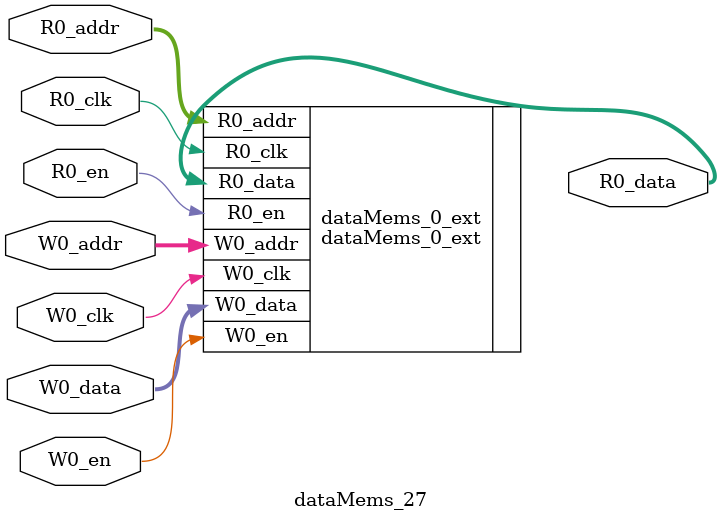
<source format=sv>
`ifndef RANDOMIZE
  `ifdef RANDOMIZE_REG_INIT
    `define RANDOMIZE
  `endif // RANDOMIZE_REG_INIT
`endif // not def RANDOMIZE
`ifndef RANDOMIZE
  `ifdef RANDOMIZE_MEM_INIT
    `define RANDOMIZE
  `endif // RANDOMIZE_MEM_INIT
`endif // not def RANDOMIZE

`ifndef RANDOM
  `define RANDOM $random
`endif // not def RANDOM

// Users can define 'PRINTF_COND' to add an extra gate to prints.
`ifndef PRINTF_COND_
  `ifdef PRINTF_COND
    `define PRINTF_COND_ (`PRINTF_COND)
  `else  // PRINTF_COND
    `define PRINTF_COND_ 1
  `endif // PRINTF_COND
`endif // not def PRINTF_COND_

// Users can define 'ASSERT_VERBOSE_COND' to add an extra gate to assert error printing.
`ifndef ASSERT_VERBOSE_COND_
  `ifdef ASSERT_VERBOSE_COND
    `define ASSERT_VERBOSE_COND_ (`ASSERT_VERBOSE_COND)
  `else  // ASSERT_VERBOSE_COND
    `define ASSERT_VERBOSE_COND_ 1
  `endif // ASSERT_VERBOSE_COND
`endif // not def ASSERT_VERBOSE_COND_

// Users can define 'STOP_COND' to add an extra gate to stop conditions.
`ifndef STOP_COND_
  `ifdef STOP_COND
    `define STOP_COND_ (`STOP_COND)
  `else  // STOP_COND
    `define STOP_COND_ 1
  `endif // STOP_COND
`endif // not def STOP_COND_

// Users can define INIT_RANDOM as general code that gets injected into the
// initializer block for modules with registers.
`ifndef INIT_RANDOM
  `define INIT_RANDOM
`endif // not def INIT_RANDOM

// If using random initialization, you can also define RANDOMIZE_DELAY to
// customize the delay used, otherwise 0.002 is used.
`ifndef RANDOMIZE_DELAY
  `define RANDOMIZE_DELAY 0.002
`endif // not def RANDOMIZE_DELAY

// Define INIT_RANDOM_PROLOG_ for use in our modules below.
`ifndef INIT_RANDOM_PROLOG_
  `ifdef RANDOMIZE
    `ifdef VERILATOR
      `define INIT_RANDOM_PROLOG_ `INIT_RANDOM
    `else  // VERILATOR
      `define INIT_RANDOM_PROLOG_ `INIT_RANDOM #`RANDOMIZE_DELAY begin end
    `endif // VERILATOR
  `else  // RANDOMIZE
    `define INIT_RANDOM_PROLOG_
  `endif // RANDOMIZE
`endif // not def INIT_RANDOM_PROLOG_

// Include register initializers in init blocks unless synthesis is set
`ifndef SYNTHESIS
  `ifndef ENABLE_INITIAL_REG_
    `define ENABLE_INITIAL_REG_
  `endif // not def ENABLE_INITIAL_REG_
`endif // not def SYNTHESIS

// Include rmemory initializers in init blocks unless synthesis is set
`ifndef SYNTHESIS
  `ifndef ENABLE_INITIAL_MEM_
    `define ENABLE_INITIAL_MEM_
  `endif // not def ENABLE_INITIAL_MEM_
`endif // not def SYNTHESIS

module dataMems_27(	// @[generators/ara/src/main/scala/UnsafeAXI4ToTL.scala:365:62]
  input  [4:0]   R0_addr,
  input          R0_en,
  input          R0_clk,
  output [130:0] R0_data,
  input  [4:0]   W0_addr,
  input          W0_en,
  input          W0_clk,
  input  [130:0] W0_data
);

  dataMems_0_ext dataMems_0_ext (	// @[generators/ara/src/main/scala/UnsafeAXI4ToTL.scala:365:62]
    .R0_addr (R0_addr),
    .R0_en   (R0_en),
    .R0_clk  (R0_clk),
    .R0_data (R0_data),
    .W0_addr (W0_addr),
    .W0_en   (W0_en),
    .W0_clk  (W0_clk),
    .W0_data (W0_data)
  );
endmodule


</source>
